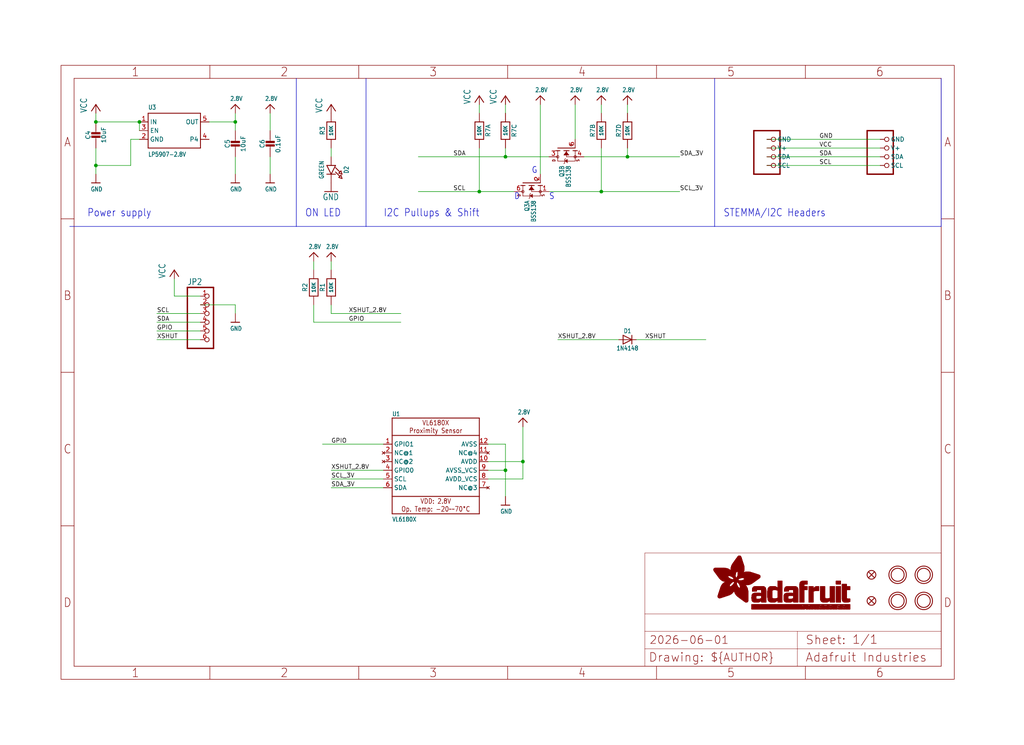
<source format=kicad_sch>
(kicad_sch (version 20230121) (generator eeschema)
  (paper "User" 298.45 217.322)
  (lib_symbols
    (symbol "working-eagle-import:2.8V" (power)
      (property "Value" "2.8V" (at -1.524 1.016 0))
      (symbol "2.8V_1_0"
        (pin power_in line (at 0 -2.54 90) (length 2.54) (name "2.8V") (number "1"))
      )
    )
    (symbol "working-eagle-import:CAP_CERAMIC0603_NO"
      (property "Reference" "C" (at -2.29 1.25 90))
      (symbol "CAP_CERAMIC0603_NO_1_0"
        (pin passive line (at 0 5.08 270) (length 2.54) (name "1") (number "1"))
        (pin passive line (at 0 -2.54 90) (length 2.54) (name "2") (number "2"))
      )
    )
    (symbol "working-eagle-import:CAP_CERAMIC0805-NOOUTLINE"
      (property "Reference" "C" (at -2.29 1.25 90))
      (symbol "CAP_CERAMIC0805-NOOUTLINE_1_0"
        (pin passive line (at 0 5.08 270) (length 2.54) (name "1") (number "1"))
        (pin passive line (at 0 -2.54 90) (length 2.54) (name "2") (number "2"))
      )
    )
    (symbol "working-eagle-import:DIODESOD-323"
      (property "Reference" "D" (at 0 2.54 0))
      (symbol "DIODESOD-323_1_0"
        (pin passive line (at -2.54 0 0) (length 2.54) (name "A") (number "A"))
        (pin passive line (at 2.54 0 180) (length 2.54) (name "C") (number "C"))
      )
    )
    (symbol "working-eagle-import:FIDUCIAL_1MM")
    (symbol "working-eagle-import:FRAME_A4_ADAFRUIT"
      (symbol "FRAME_A4_ADAFRUIT_1_0"
        (text "${#}/${##}" (at 230.505 10.16 0) (effects (font (size 2.54 2.54)) (justify left bottom)))
        (text "${AUTHOR}" (at 189.23 5.08 0) (effects (font (size 2.286 2.286)) (justify left bottom)))
        (text "${CURRENT_DATE}" (at 171.45 10.16 0) (effects (font (size 2.286 2.286)) (justify left bottom)))
        (text "${PROJECTNAME}" (at 171.45 15.24 0) (effects (font (size 2.54 2.54)) (justify left bottom)))
        (text "1" (at 21.6958 1.905 0) (effects (font (size 2.54 2.286))))
        (text "1" (at 21.6958 177.165 0) (effects (font (size 2.54 2.286))))
        (text "2" (at 65.0875 1.905 0) (effects (font (size 2.54 2.286))))
        (text "2" (at 65.0875 177.165 0) (effects (font (size 2.54 2.286))))
        (text "3" (at 108.4792 1.905 0) (effects (font (size 2.54 2.286))))
        (text "3" (at 108.4792 177.165 0) (effects (font (size 2.54 2.286))))
        (text "4" (at 151.8708 1.905 0) (effects (font (size 2.54 2.286))))
        (text "4" (at 151.8708 177.165 0) (effects (font (size 2.54 2.286))))
        (text "5" (at 195.2625 1.905 0) (effects (font (size 2.54 2.286))))
        (text "5" (at 195.2625 177.165 0) (effects (font (size 2.54 2.286))))
        (text "6" (at 238.6542 1.905 0) (effects (font (size 2.54 2.286))))
        (text "6" (at 238.6542 177.165 0) (effects (font (size 2.54 2.286))))
        (text "A" (at 1.905 156.6863 0) (effects (font (size 2.54 2.286))))
        (text "A" (at 258.445 156.6863 0) (effects (font (size 2.54 2.286))))
        (text "Adafruit Industries" (at 216.916 4.953 0) (effects (font (size 2.54 2.54)) (justify left bottom)))
        (text "B" (at 1.905 111.9188 0) (effects (font (size 2.54 2.286))))
        (text "B" (at 258.445 111.9188 0) (effects (font (size 2.54 2.286))))
        (text "C" (at 1.905 67.1513 0) (effects (font (size 2.54 2.286))))
        (text "C" (at 258.445 67.1513 0) (effects (font (size 2.54 2.286))))
        (text "D" (at 1.905 22.3838 0) (effects (font (size 2.54 2.286))))
        (text "D" (at 258.445 22.3838 0) (effects (font (size 2.54 2.286))))
        (text "Drawing:" (at 171.196 4.953 0) (effects (font (size 2.54 2.54)) (justify left bottom)))
        (text "Sheet:" (at 216.916 10.033 0) (effects (font (size 2.54 2.54)) (justify left bottom)))
      )
    )
    (symbol "working-eagle-import:GND" (power)
      (property "Value" "GND" (at -1.524 -2.54 0))
      (symbol "GND_1_0"
        (pin power_in line (at 0 2.54 270) (length 2.54) (name "GND") (number "1"))
      )
    )
    (symbol "working-eagle-import:HEADER-1X670MIL"
      (property "Reference" "JP" (at -6.35 10.795 0))
      (symbol "HEADER-1X670MIL_1_0"
        (pin passive inverted (at -2.54 7.62 0) (length 2.54) (name "1") (number "1"))
        (pin passive inverted (at -2.54 5.08 0) (length 2.54) (name "2") (number "2"))
        (pin passive inverted (at -2.54 2.54 0) (length 2.54) (name "3") (number "3"))
        (pin passive inverted (at -2.54 0 0) (length 2.54) (name "4") (number "4"))
        (pin passive inverted (at -2.54 -2.54 0) (length 2.54) (name "5") (number "5"))
        (pin passive inverted (at -2.54 -5.08 0) (length 2.54) (name "6") (number "6"))
      )
    )
    (symbol "working-eagle-import:LED0603_NOOUTLINE"
      (property "Reference" "D" (at -1.27 4.445 0))
      (symbol "LED0603_NOOUTLINE_1_0"
        (pin passive line (at -5.08 0 0) (length 2.54) (name "A") (number "A"))
        (pin passive line (at 2.54 0 180) (length 2.54) (name "C") (number "C"))
      )
    )
    (symbol "working-eagle-import:MOSFET-N_DUAL"
      (property "Reference" "Q" (at 5.08 0.635 0))
      (symbol "MOSFET-N_DUAL_1_0"
        (text "D" (at 3.175 3.175 0) (effects (font (size 0.8128 0.6908)) (justify left bottom)))
        (text "G" (at -1.27 -1.905 0) (effects (font (size 0.8128 0.6908)) (justify left bottom)))
        (text "S" (at 3.175 -3.81 0) (effects (font (size 0.8128 0.6908)) (justify left bottom)))
        (pin bidirectional line (at 2.54 -5.08 90) (length 2.54) (name "S") (number "1"))
        (pin bidirectional line (at -2.54 -2.54 0) (length 2.54) (name "G") (number "2"))
        (pin bidirectional line (at 2.54 5.08 270) (length 2.54) (name "D") (number "6"))
      )
      (symbol "MOSFET-N_DUAL_2_0"
        (text "D" (at 3.175 3.175 0) (effects (font (size 0.8128 0.6908)) (justify left bottom)))
        (text "G" (at -1.27 -1.905 0) (effects (font (size 0.8128 0.6908)) (justify left bottom)))
        (text "S" (at 3.175 -3.81 0) (effects (font (size 0.8128 0.6908)) (justify left bottom)))
        (pin bidirectional line (at 2.54 5.08 270) (length 2.54) (name "D") (number "3"))
        (pin bidirectional line (at 2.54 -5.08 90) (length 2.54) (name "S") (number "4"))
        (pin bidirectional line (at -2.54 -2.54 0) (length 2.54) (name "G") (number "5"))
      )
    )
    (symbol "working-eagle-import:MOUNTINGHOLE2.5")
    (symbol "working-eagle-import:RESISTOR_0603_NOOUT"
      (property "Reference" "R" (at 0 2.54 0))
      (symbol "RESISTOR_0603_NOOUT_1_0"
        (pin passive line (at -5.08 0 0) (length 2.54) (name "1") (number "1"))
        (pin passive line (at 5.08 0 180) (length 2.54) (name "2") (number "2"))
      )
    )
    (symbol "working-eagle-import:RESISTOR_4PACK"
      (property "Reference" "R" (at 0 2.54 0))
      (symbol "RESISTOR_4PACK_1_0"
        (pin passive line (at -5.08 0 0) (length 2.54) (name "1") (number "1"))
        (pin passive line (at 5.08 0 180) (length 2.54) (name "2") (number "8"))
      )
      (symbol "RESISTOR_4PACK_2_0"
        (pin passive line (at -5.08 0 0) (length 2.54) (name "1") (number "2"))
        (pin passive line (at 5.08 0 180) (length 2.54) (name "2") (number "7"))
      )
      (symbol "RESISTOR_4PACK_3_0"
        (pin passive line (at -5.08 0 0) (length 2.54) (name "1") (number "3"))
        (pin passive line (at 5.08 0 180) (length 2.54) (name "2") (number "6"))
      )
      (symbol "RESISTOR_4PACK_4_0"
        (pin passive line (at -5.08 0 0) (length 2.54) (name "1") (number "4"))
        (pin passive line (at 5.08 0 180) (length 2.54) (name "2") (number "5"))
      )
    )
    (symbol "working-eagle-import:STEMMA_I2C_QT"
      (symbol "STEMMA_I2C_QT_1_0"
        (pin passive inverted (at 0 5.08 0) (length 2.54) (name "GND") (number "1"))
        (pin passive inverted (at 0 2.54 0) (length 2.54) (name "V+") (number "2"))
        (pin passive inverted (at 0 0 0) (length 2.54) (name "SDA") (number "3"))
        (pin passive inverted (at 0 -2.54 0) (length 2.54) (name "SCL") (number "4"))
      )
      (symbol "STEMMA_I2C_QT_2_0"
        (pin bidirectional line (at 0 0 0) (length 5.08) (name "MT") (number "MT1"))
      )
      (symbol "STEMMA_I2C_QT_3_0"
        (pin bidirectional line (at 0 0 0) (length 5.08) (name "MT") (number "MT2"))
      )
    )
    (symbol "working-eagle-import:VCC" (power)
      (property "Value" "VCC" (at -2.54 -2.54 90))
      (symbol "VCC_1_0"
        (pin power_in line (at 0 -2.54 90) (length 2.54) (name "VCC") (number "1"))
      )
    )
    (symbol "working-eagle-import:VL6180X"
      (property "Reference" "U" (at -12.7 13.1826 0))
      (symbol "VL6180X_1_0"
        (text "VDD: 2.8V\nOp. Temp: -20~~70°C" (at 0 -12.7 0) (effects (font (size 1.4224 1.209))))
        (text "VL6180X\nProximity Sensor" (at 0 10.16 0) (effects (font (size 1.4224 1.209))))
        (pin bidirectional line (at -15.24 5.08 0) (length 2.54) (name "GPIO1") (number "1"))
        (pin power_in line (at 15.24 0 180) (length 2.54) (name "AVDD") (number "10"))
        (pin no_connect line (at 15.24 2.54 180) (length 2.54) (name "NC@4") (number "11"))
        (pin power_in line (at 15.24 5.08 180) (length 2.54) (name "AVSS") (number "12"))
        (pin no_connect line (at -15.24 2.54 0) (length 2.54) (name "NC@1") (number "2"))
        (pin no_connect line (at -15.24 0 0) (length 2.54) (name "NC@2") (number "3"))
        (pin bidirectional line (at -15.24 -2.54 0) (length 2.54) (name "GPIO0") (number "4"))
        (pin input line (at -15.24 -5.08 0) (length 2.54) (name "SCL") (number "5"))
        (pin bidirectional line (at -15.24 -7.62 0) (length 2.54) (name "SDA") (number "6"))
        (pin no_connect line (at 15.24 -7.62 180) (length 2.54) (name "NC@3") (number "7"))
        (pin power_in line (at 15.24 -5.08 180) (length 2.54) (name "AVDD_VCS") (number "8"))
        (pin power_in line (at 15.24 -2.54 180) (length 2.54) (name "AVSS_VCS") (number "9"))
      )
    )
    (symbol "working-eagle-import:VREG_SOT23-5"
      (property "Reference" "U" (at -7.62 6.096 0))
      (symbol "VREG_SOT23-5_1_0"
        (pin power_in line (at -10.16 2.54 0) (length 2.54) (name "IN") (number "1"))
        (pin power_in line (at -10.16 -2.54 0) (length 2.54) (name "GND") (number "2"))
        (pin input line (at -10.16 0 0) (length 2.54) (name "EN") (number "3"))
        (pin bidirectional line (at 10.16 -2.54 180) (length 2.54) (name "P4") (number "4"))
        (pin power_in line (at 10.16 2.54 180) (length 2.54) (name "OUT") (number "5"))
      )
    )
    (symbol "working-eagle-import:supply1_GND" (power)
      (property "Value" "supply1_GND" (at -2.54 -2.54 0))
      (symbol "supply1_GND_1_0"
        (pin power_in line (at 0 2.54 270) (length 2.54) (name "GND") (number "1"))
      )
    )
  )
  (junction (at 147.32 45.72))
  (junction (at 175.26 55.88))
  (junction (at 182.88 45.72))
  (junction (at 27.94 48.26))
  (junction (at 152.4 134.62))
  (junction (at 68.58 35.56))
  (junction (at 139.7 55.88))
  (junction (at 40.64 35.56))
  (junction (at 147.32 137.16))
  (junction (at 27.94 35.56))
  (wire (pts (xy 152.4 139.7) (xy 152.4 134.62)) (stroke (width 0.1524)))
  (wire (pts (xy 147.32 45.72) (xy 121.92 45.72)) (stroke (width 0.1524)))
  (wire (pts (xy 27.94 33.02) (xy 27.94 35.56)) (stroke (width 0.1524)))
  (wire (pts (xy 60.96 35.56) (xy 68.58 35.56)) (stroke (width 0.1524)))
  (wire (pts (xy 58.42 96.52) (xy 45.72 96.52)) (stroke (width 0.1524)))
  (wire (pts (xy 111.76 142.24) (xy 96.52 142.24)) (stroke (width 0.1524)))
  (wire (pts (xy 147.32 43.18) (xy 147.32 45.72)) (stroke (width 0.1524)))
  (wire (pts (xy 96.52 91.44) (xy 96.52 88.9)) (stroke (width 0.1524)))
  (wire (pts (xy 147.32 137.16) (xy 147.32 144.78)) (stroke (width 0.1524)))
  (wire (pts (xy 40.64 38.1) (xy 40.64 35.56)) (stroke (width 0.1524)))
  (wire (pts (xy 111.76 129.54) (xy 93.98 129.54)) (stroke (width 0.1524)))
  (wire (pts (xy 111.76 139.7) (xy 96.52 139.7)) (stroke (width 0.1524)))
  (polyline (pts (xy 86.36 66.04) (xy 106.68 66.04)) (stroke (width 0.1524) (type solid)))
  (wire (pts (xy 38.1 40.64) (xy 38.1 48.26)) (stroke (width 0.1524)))
  (wire (pts (xy 68.58 88.9) (xy 68.58 91.44)) (stroke (width 0.1524)))
  (wire (pts (xy 78.74 33.02) (xy 78.74 38.1)) (stroke (width 0.1524)))
  (wire (pts (xy 68.58 35.56) (xy 68.58 33.02)) (stroke (width 0.1524)))
  (polyline (pts (xy 106.68 22.86) (xy 106.68 66.04)) (stroke (width 0.1524) (type solid)))
  (wire (pts (xy 180.34 99.06) (xy 162.56 99.06)) (stroke (width 0.1524)))
  (wire (pts (xy 160.02 55.88) (xy 175.26 55.88)) (stroke (width 0.1524)))
  (polyline (pts (xy 86.36 22.86) (xy 86.36 66.04)) (stroke (width 0.1524) (type solid)))
  (wire (pts (xy 223.52 43.18) (xy 256.54 43.18)) (stroke (width 0.1524)))
  (polyline (pts (xy 208.28 66.04) (xy 274.32 66.04)) (stroke (width 0.1524) (type solid)))
  (wire (pts (xy 27.94 48.26) (xy 27.94 50.8)) (stroke (width 0.1524)))
  (wire (pts (xy 50.8 86.36) (xy 50.8 81.28)) (stroke (width 0.1524)))
  (wire (pts (xy 116.84 93.98) (xy 91.44 93.98)) (stroke (width 0.1524)))
  (wire (pts (xy 139.7 55.88) (xy 121.92 55.88)) (stroke (width 0.1524)))
  (wire (pts (xy 116.84 91.44) (xy 96.52 91.44)) (stroke (width 0.1524)))
  (wire (pts (xy 38.1 48.26) (xy 27.94 48.26)) (stroke (width 0.1524)))
  (wire (pts (xy 205.74 99.06) (xy 185.42 99.06)) (stroke (width 0.1524)))
  (wire (pts (xy 142.24 134.62) (xy 152.4 134.62)) (stroke (width 0.1524)))
  (wire (pts (xy 58.42 99.06) (xy 45.72 99.06)) (stroke (width 0.1524)))
  (wire (pts (xy 139.7 43.18) (xy 139.7 55.88)) (stroke (width 0.1524)))
  (wire (pts (xy 58.42 88.9) (xy 68.58 88.9)) (stroke (width 0.1524)))
  (wire (pts (xy 40.64 40.64) (xy 38.1 40.64)) (stroke (width 0.1524)))
  (wire (pts (xy 91.44 93.98) (xy 91.44 88.9)) (stroke (width 0.1524)))
  (wire (pts (xy 167.64 40.64) (xy 167.64 30.48)) (stroke (width 0.1524)))
  (wire (pts (xy 182.88 45.72) (xy 198.12 45.72)) (stroke (width 0.1524)))
  (wire (pts (xy 58.42 86.36) (xy 50.8 86.36)) (stroke (width 0.1524)))
  (wire (pts (xy 91.44 78.74) (xy 91.44 76.2)) (stroke (width 0.1524)))
  (wire (pts (xy 142.24 137.16) (xy 147.32 137.16)) (stroke (width 0.1524)))
  (wire (pts (xy 78.74 45.72) (xy 78.74 50.8)) (stroke (width 0.1524)))
  (wire (pts (xy 68.58 35.56) (xy 68.58 38.1)) (stroke (width 0.1524)))
  (wire (pts (xy 182.88 43.18) (xy 182.88 45.72)) (stroke (width 0.1524)))
  (wire (pts (xy 142.24 129.54) (xy 147.32 129.54)) (stroke (width 0.1524)))
  (wire (pts (xy 147.32 33.02) (xy 147.32 30.48)) (stroke (width 0.1524)))
  (wire (pts (xy 111.76 137.16) (xy 96.52 137.16)) (stroke (width 0.1524)))
  (wire (pts (xy 40.64 35.56) (xy 27.94 35.56)) (stroke (width 0.1524)))
  (wire (pts (xy 157.48 50.8) (xy 157.48 30.48)) (stroke (width 0.1524)))
  (polyline (pts (xy 106.68 66.04) (xy 208.28 66.04)) (stroke (width 0.1524) (type solid)))
  (wire (pts (xy 96.52 45.72) (xy 96.52 43.18)) (stroke (width 0.1524)))
  (polyline (pts (xy 208.28 22.86) (xy 208.28 66.04)) (stroke (width 0.1524) (type solid)))
  (wire (pts (xy 139.7 30.48) (xy 139.7 33.02)) (stroke (width 0.1524)))
  (polyline (pts (xy 20.32 66.04) (xy 86.36 66.04)) (stroke (width 0.1524) (type solid)))
  (wire (pts (xy 68.58 45.72) (xy 68.58 50.8)) (stroke (width 0.1524)))
  (wire (pts (xy 175.26 43.18) (xy 175.26 55.88)) (stroke (width 0.1524)))
  (wire (pts (xy 149.86 55.88) (xy 139.7 55.88)) (stroke (width 0.1524)))
  (wire (pts (xy 152.4 134.62) (xy 152.4 124.46)) (stroke (width 0.1524)))
  (polyline (pts (xy 274.32 22.86) (xy 274.32 66.04)) (stroke (width 0.1524) (type solid)))
  (wire (pts (xy 58.42 93.98) (xy 45.72 93.98)) (stroke (width 0.1524)))
  (wire (pts (xy 160.02 45.72) (xy 147.32 45.72)) (stroke (width 0.1524)))
  (wire (pts (xy 147.32 129.54) (xy 147.32 137.16)) (stroke (width 0.1524)))
  (wire (pts (xy 256.54 45.72) (xy 223.52 45.72)) (stroke (width 0.1524)))
  (wire (pts (xy 170.18 45.72) (xy 182.88 45.72)) (stroke (width 0.1524)))
  (wire (pts (xy 223.52 48.26) (xy 256.54 48.26)) (stroke (width 0.1524)))
  (wire (pts (xy 175.26 55.88) (xy 198.12 55.88)) (stroke (width 0.1524)))
  (wire (pts (xy 27.94 48.26) (xy 27.94 43.18)) (stroke (width 0.1524)))
  (wire (pts (xy 142.24 139.7) (xy 152.4 139.7)) (stroke (width 0.1524)))
  (wire (pts (xy 96.52 78.74) (xy 96.52 76.2)) (stroke (width 0.1524)))
  (wire (pts (xy 256.54 40.64) (xy 223.52 40.64)) (stroke (width 0.1524)))
  (wire (pts (xy 58.42 91.44) (xy 45.72 91.44)) (stroke (width 0.1524)))
  (wire (pts (xy 175.26 33.02) (xy 175.26 30.48)) (stroke (width 0.1524)))
  (wire (pts (xy 182.88 33.02) (xy 182.88 30.48)) (stroke (width 0.1524)))
  (text "Power supply" (at 25.4 63.5 0) (effects (font (size 2.1844 1.8567)) (justify left bottom)))
  (text "D" (at 149.86 58.42 0) (effects (font (size 1.778 1.5113)) (justify left bottom)))
  (text "STEMMA/I2C Headers" (at 210.82 63.5 0) (effects (font (size 2.1844 1.8567)) (justify left bottom)))
  (text "I2C Pullups & Shift" (at 111.76 63.5 0) (effects (font (size 2.1844 1.8567)) (justify left bottom)))
  (text "S" (at 160.02 58.42 0) (effects (font (size 1.778 1.5113)) (justify left bottom)))
  (text "G" (at 154.94 50.8 0) (effects (font (size 1.778 1.5113)) (justify left bottom)))
  (text "ON LED" (at 88.9 63.5 0) (effects (font (size 2.1844 1.8567)) (justify left bottom)))
  (label "XSHUT" (at 45.72 99.06 0) (effects (font (size 1.2446 1.2446))))
  (label "XSHUT_2.8V" (at 101.6 91.44 0) (effects (font (size 1.2446 1.2446))))
  (label "SCL" (at 238.76 48.26 0) (effects (font (size 1.2446 1.2446))))
  (label "SDA_3V" (at 96.52 142.24 0) (effects (font (size 1.2446 1.2446))))
  (label "SDA" (at 45.72 93.98 0) (effects (font (size 1.2446 1.2446))))
  (label "GPIO" (at 45.72 96.52 0) (effects (font (size 1.2446 1.2446))))
  (label "VCC" (at 238.76 43.18 0) (effects (font (size 1.2446 1.2446))))
  (label "SDA_3V" (at 198.12 45.72 0) (effects (font (size 1.2446 1.2446))))
  (label "SCL" (at 132.08 55.88 0) (effects (font (size 1.2446 1.2446))))
  (label "GND" (at 238.76 40.64 0) (effects (font (size 1.2446 1.2446))))
  (label "SDA" (at 132.08 45.72 0) (effects (font (size 1.2446 1.2446))))
  (label "GPIO" (at 101.6 93.98 0) (effects (font (size 1.2446 1.2446))))
  (label "XSHUT_2.8V" (at 96.52 137.16 0) (effects (font (size 1.2446 1.2446))))
  (label "SCL_3V" (at 198.12 55.88 0) (effects (font (size 1.2446 1.2446))))
  (label "GPIO" (at 96.52 129.54 0) (effects (font (size 1.2446 1.2446))))
  (label "SCL_3V" (at 96.52 139.7 0) (effects (font (size 1.2446 1.2446))))
  (label "XSHUT_2.8V" (at 162.56 99.06 0) (effects (font (size 1.2446 1.2446))))
  (label "SCL" (at 45.72 91.44 0) (effects (font (size 1.2446 1.2446))))
  (label "SDA" (at 238.76 45.72 0) (effects (font (size 1.2446 1.2446))))
  (label "XSHUT" (at 187.96 99.06 0) (effects (font (size 1.2446 1.2446))))
  (symbol (lib_id "working-eagle-import:VCC") (at 27.94 30.48 0) (unit 1)
    (property "Reference" "#P+3" (effects hide))
    (property "Value" "VCC" (at 25.4 33.02 90) (effects (font (size 1.778 1.5113)) (justify left bottom)))
  )
  (symbol (lib_id "working-eagle-import:VCC") (at 147.32 27.94 0) (unit 1)
    (property "Reference" "#P+2" (effects hide))
    (property "Value" "VCC" (at 144.78 30.48 90) (effects (font (size 1.778 1.5113)) (justify left bottom)))
  )
  (symbol (lib_id "working-eagle-import:CAP_CERAMIC0603_NO") (at 78.74 43.18 0) (unit 1)
    (property "Reference" "C6" (at 76.45 41.93 90))
    (property "Value" "0.1uF" (at 81.04 41.93 90))
    (property "Footprint" "working:0603-NO" (effects hide))
  )
  (symbol (lib_id "working-eagle-import:2.8V") (at 152.4 121.92 0) (unit 1)
    (property "Reference" "#U$5" (effects hide))
    (property "Value" "2.8V" (at 150.876 120.904 0) (effects (font (size 1.27 1.0795)) (justify left bottom)))
  )
  (symbol (lib_id "working-eagle-import:RESISTOR_0603_NOOUT") (at 96.52 38.1 90) (unit 1)
    (property "Reference" "R3" (at 93.98 38.1 0))
    (property "Value" "10K" (at 96.52 38.1 0) (effects (font (size 1.016 1.016) bold)))
    (property "Footprint" "working:0603-NO" (effects hide))
  )
  (symbol (lib_id "working-eagle-import:2.8V") (at 96.52 73.66 0) (unit 1)
    (property "Reference" "#U$10" (effects hide))
    (property "Value" "2.8V" (at 94.996 72.644 0) (effects (font (size 1.27 1.0795)) (justify left bottom)))
  )
  (symbol (lib_id "working-eagle-import:RESISTOR_0603_NOOUT") (at 91.44 83.82 90) (unit 1)
    (property "Reference" "R2" (at 88.9 83.82 0))
    (property "Value" "10K" (at 91.44 83.82 0) (effects (font (size 1.016 1.016) bold)))
    (property "Footprint" "working:0603-NO" (effects hide))
  )
  (symbol (lib_id "working-eagle-import:STEMMA_I2C_QT") (at 223.52 45.72 0) (unit 1)
    (property "Reference" "CONN3" (effects hide))
    (property "Value" "STEMMA_I2C_QT" (effects hide))
    (property "Footprint" "working:JST_SH4" (effects hide))
  )
  (symbol (lib_id "working-eagle-import:FRAME_A4_ADAFRUIT") (at 17.78 198.12 0) (unit 1)
    (property "Reference" "#U$32" (effects hide))
    (property "Value" "FRAME_A4_ADAFRUIT" (effects hide))
  )
  (symbol (lib_id "working-eagle-import:MOSFET-N_DUAL") (at 165.1 43.18 90) (mirror x) (unit 2)
    (property "Reference" "Q3" (at 164.465 48.26 0) (effects (font (size 1.27 1.0795)) (justify left bottom)))
    (property "Value" "BSS138" (at 166.37 48.26 0) (effects (font (size 1.27 1.0795)) (justify left bottom)))
    (property "Footprint" "working:SOT363" (effects hide))
  )
  (symbol (lib_id "working-eagle-import:DIODESOD-323") (at 182.88 99.06 0) (unit 1)
    (property "Reference" "D1" (at 182.88 96.52 0) (effects (font (size 1.27 1.0795))))
    (property "Value" "1N4148" (at 182.88 101.56 0) (effects (font (size 1.27 1.0795))))
    (property "Footprint" "working:SOD-323" (effects hide))
  )
  (symbol (lib_id "working-eagle-import:MOUNTINGHOLE2.5") (at 261.62 175.26 0) (unit 1)
    (property "Reference" "U$30" (effects hide))
    (property "Value" "MOUNTINGHOLE2.5" (effects hide))
    (property "Footprint" "working:MOUNTINGHOLE_2.5_PLATED" (effects hide))
  )
  (symbol (lib_id "working-eagle-import:VREG_SOT23-5") (at 50.8 38.1 0) (unit 1)
    (property "Reference" "U3" (at 43.18 32.004 0) (effects (font (size 1.27 1.0795)) (justify left bottom)))
    (property "Value" "LP5907-2.8V" (at 43.18 45.72 0) (effects (font (size 1.27 1.0795)) (justify left bottom)))
    (property "Footprint" "working:SOT23-5" (effects hide))
  )
  (symbol (lib_id "working-eagle-import:LED0603_NOOUTLINE") (at 96.52 50.8 270) (unit 1)
    (property "Reference" "D2" (at 100.965 49.53 0) (effects (font (size 1.27 1.0795))))
    (property "Value" "GREEN" (at 93.726 49.53 0) (effects (font (size 1.27 1.0795))))
    (property "Footprint" "working:CHIPLED_0603_NOOUTLINE" (effects hide))
  )
  (symbol (lib_id "working-eagle-import:2.8V") (at 182.88 27.94 0) (unit 1)
    (property "Reference" "#U$27" (effects hide))
    (property "Value" "2.8V" (at 181.356 26.924 0) (effects (font (size 1.27 1.0795)) (justify left bottom)))
  )
  (symbol (lib_id "working-eagle-import:GND") (at 78.74 53.34 0) (unit 1)
    (property "Reference" "#U$21" (effects hide))
    (property "Value" "GND" (at 77.216 55.88 0) (effects (font (size 1.27 1.0795)) (justify left bottom)))
  )
  (symbol (lib_id "working-eagle-import:VCC") (at 96.52 30.48 0) (unit 1)
    (property "Reference" "#P+5" (effects hide))
    (property "Value" "VCC" (at 93.98 33.02 90) (effects (font (size 1.778 1.5113)) (justify left bottom)))
  )
  (symbol (lib_id "working-eagle-import:MOUNTINGHOLE2.5") (at 261.62 167.64 0) (unit 1)
    (property "Reference" "U$31" (effects hide))
    (property "Value" "MOUNTINGHOLE2.5" (effects hide))
    (property "Footprint" "working:MOUNTINGHOLE_2.5_PLATED" (effects hide))
  )
  (symbol (lib_id "working-eagle-import:GND") (at 68.58 53.34 0) (unit 1)
    (property "Reference" "#U$20" (effects hide))
    (property "Value" "GND" (at 67.056 55.88 0) (effects (font (size 1.27 1.0795)) (justify left bottom)))
  )
  (symbol (lib_id "working-eagle-import:MOSFET-N_DUAL") (at 154.94 53.34 90) (mirror x) (unit 1)
    (property "Reference" "Q3" (at 154.305 58.42 0) (effects (font (size 1.27 1.0795)) (justify left bottom)))
    (property "Value" "BSS138" (at 156.21 58.42 0) (effects (font (size 1.27 1.0795)) (justify left bottom)))
    (property "Footprint" "working:SOT363" (effects hide))
  )
  (symbol (lib_id "working-eagle-import:GND") (at 147.32 147.32 0) (unit 1)
    (property "Reference" "#U$7" (effects hide))
    (property "Value" "GND" (at 145.796 149.86 0) (effects (font (size 1.27 1.0795)) (justify left bottom)))
  )
  (symbol (lib_id "working-eagle-import:2.8V") (at 157.48 27.94 0) (unit 1)
    (property "Reference" "#U$24" (effects hide))
    (property "Value" "2.8V" (at 155.956 26.924 0) (effects (font (size 1.27 1.0795)) (justify left bottom)))
  )
  (symbol (lib_id "working-eagle-import:MOUNTINGHOLE2.5") (at 269.24 175.26 0) (unit 1)
    (property "Reference" "U$34" (effects hide))
    (property "Value" "MOUNTINGHOLE2.5" (effects hide))
    (property "Footprint" "working:MOUNTINGHOLE_2.5_PLATED" (effects hide))
  )
  (symbol (lib_id "working-eagle-import:supply1_GND") (at 96.52 55.88 0) (unit 1)
    (property "Reference" "#GND6" (effects hide))
    (property "Value" "GND" (at 93.98 58.42 0) (effects (font (size 1.778 1.5113)) (justify left bottom)))
  )
  (symbol (lib_id "working-eagle-import:VL6180X") (at 127 134.62 0) (unit 1)
    (property "Reference" "U1" (at 114.3 121.4374 0) (effects (font (size 1.27 1.0795)) (justify left bottom)))
    (property "Value" "VL6180X" (at 114.3 152.1714 0) (effects (font (size 1.27 1.0795)) (justify left bottom)))
    (property "Footprint" "working:VL6180" (effects hide))
  )
  (symbol (lib_id "working-eagle-import:FIDUCIAL_1MM") (at 254 175.26 0) (unit 1)
    (property "Reference" "FID1" (effects hide))
    (property "Value" "FIDUCIAL_1MM" (effects hide))
    (property "Footprint" "working:FIDUCIAL_1MM" (effects hide))
  )
  (symbol (lib_id "working-eagle-import:2.8V") (at 175.26 27.94 0) (unit 1)
    (property "Reference" "#U$26" (effects hide))
    (property "Value" "2.8V" (at 173.736 26.924 0) (effects (font (size 1.27 1.0795)) (justify left bottom)))
  )
  (symbol (lib_id "working-eagle-import:VCC") (at 139.7 27.94 0) (unit 1)
    (property "Reference" "#P+1" (effects hide))
    (property "Value" "VCC" (at 137.16 30.48 90) (effects (font (size 1.778 1.5113)) (justify left bottom)))
  )
  (symbol (lib_id "working-eagle-import:2.8V") (at 68.58 30.48 0) (unit 1)
    (property "Reference" "#U$23" (effects hide))
    (property "Value" "2.8V" (at 67.056 29.464 0) (effects (font (size 1.27 1.0795)) (justify left bottom)))
  )
  (symbol (lib_id "working-eagle-import:STEMMA_I2C_QT") (at 256.54 45.72 0) (unit 1)
    (property "Reference" "CONN4" (effects hide))
    (property "Value" "STEMMA_I2C_QT" (effects hide))
    (property "Footprint" "working:JST_SH4" (effects hide))
  )
  (symbol (lib_id "working-eagle-import:2.8V") (at 167.64 27.94 0) (unit 1)
    (property "Reference" "#U$25" (effects hide))
    (property "Value" "2.8V" (at 166.116 26.924 0) (effects (font (size 1.27 1.0795)) (justify left bottom)))
  )
  (symbol (lib_id "working-eagle-import:FIDUCIAL_1MM") (at 254 167.64 0) (unit 1)
    (property "Reference" "FID4" (effects hide))
    (property "Value" "FIDUCIAL_1MM" (effects hide))
    (property "Footprint" "working:FIDUCIAL_1MM" (effects hide))
  )
  (symbol (lib_id "working-eagle-import:2.8V") (at 78.74 30.48 0) (unit 1)
    (property "Reference" "#U$40" (effects hide))
    (property "Value" "2.8V" (at 77.216 29.464 0) (effects (font (size 1.27 1.0795)) (justify left bottom)))
  )
  (symbol (lib_id "working-eagle-import:RESISTOR_4PACK") (at 175.26 38.1 90) (mirror x) (unit 2)
    (property "Reference" "R7" (at 172.72 38.1 0))
    (property "Value" "10K" (at 175.26 38.1 0) (effects (font (size 1.016 1.016) bold)))
    (property "Footprint" "working:RESPACK_4X0603" (effects hide))
  )
  (symbol (lib_id "working-eagle-import:2.8V") (at 91.44 73.66 0) (unit 1)
    (property "Reference" "#U$9" (effects hide))
    (property "Value" "2.8V" (at 89.916 72.644 0) (effects (font (size 1.27 1.0795)) (justify left bottom)))
  )
  (symbol (lib_id "working-eagle-import:RESISTOR_0603_NOOUT") (at 96.52 83.82 90) (unit 1)
    (property "Reference" "R1" (at 93.98 83.82 0))
    (property "Value" "10K" (at 96.52 83.82 0) (effects (font (size 1.016 1.016) bold)))
    (property "Footprint" "working:0603-NO" (effects hide))
  )
  (symbol (lib_id "working-eagle-import:CAP_CERAMIC0805-NOOUTLINE") (at 68.58 43.18 0) (unit 1)
    (property "Reference" "C5" (at 66.29 41.93 90))
    (property "Value" "10uF" (at 70.88 41.93 90))
    (property "Footprint" "working:0805-NO" (effects hide))
  )
  (symbol (lib_id "working-eagle-import:MOUNTINGHOLE2.5") (at 269.24 167.64 0) (unit 1)
    (property "Reference" "U$33" (effects hide))
    (property "Value" "MOUNTINGHOLE2.5" (effects hide))
    (property "Footprint" "working:MOUNTINGHOLE_2.5_PLATED" (effects hide))
  )
  (symbol (lib_id "working-eagle-import:RESISTOR_4PACK") (at 139.7 38.1 270) (unit 1)
    (property "Reference" "R7" (at 142.24 38.1 0))
    (property "Value" "10K" (at 139.7 38.1 0) (effects (font (size 1.016 1.016) bold)))
    (property "Footprint" "working:RESPACK_4X0603" (effects hide))
  )
  (symbol (lib_id "working-eagle-import:CAP_CERAMIC0805-NOOUTLINE") (at 27.94 40.64 0) (unit 1)
    (property "Reference" "C4" (at 25.65 39.39 90))
    (property "Value" "10uF" (at 30.24 39.39 90))
    (property "Footprint" "working:0805-NO" (effects hide))
  )
  (symbol (lib_id "working-eagle-import:HEADER-1X670MIL") (at 60.96 93.98 0) (unit 1)
    (property "Reference" "JP2" (at 54.61 83.185 0) (effects (font (size 1.778 1.5113)) (justify left bottom)))
    (property "Value" "HEADER-1X670MIL" (effects hide))
    (property "Footprint" "working:1X06_ROUND_70" (effects hide))
  )
  (symbol (lib_id "working-eagle-import:VCC") (at 50.8 78.74 0) (unit 1)
    (property "Reference" "#P+4" (effects hide))
    (property "Value" "VCC" (at 48.26 81.28 90) (effects (font (size 1.778 1.5113)) (justify left bottom)))
  )
  (symbol (lib_id "working-eagle-import:RESISTOR_4PACK") (at 182.88 38.1 90) (mirror x) (unit 4)
    (property "Reference" "R7" (at 180.34 38.1 0))
    (property "Value" "10K" (at 182.88 38.1 0) (effects (font (size 1.016 1.016) bold)))
    (property "Footprint" "working:RESPACK_4X0603" (effects hide))
  )
  (symbol (lib_id "working-eagle-import:GND") (at 68.58 93.98 0) (unit 1)
    (property "Reference" "#U$22" (effects hide))
    (property "Value" "GND" (at 67.056 96.52 0) (effects (font (size 1.27 1.0795)) (justify left bottom)))
  )
  (symbol (lib_id "working-eagle-import:GND") (at 27.94 53.34 0) (unit 1)
    (property "Reference" "#U$19" (effects hide))
    (property "Value" "GND" (at 26.416 55.88 0) (effects (font (size 1.27 1.0795)) (justify left bottom)))
  )
  (symbol (lib_id "working-eagle-import:RESISTOR_4PACK") (at 147.32 38.1 270) (unit 3)
    (property "Reference" "R7" (at 149.86 38.1 0))
    (property "Value" "10K" (at 147.32 38.1 0) (effects (font (size 1.016 1.016) bold)))
    (property "Footprint" "working:RESPACK_4X0603" (effects hide))
  )
)
</source>
